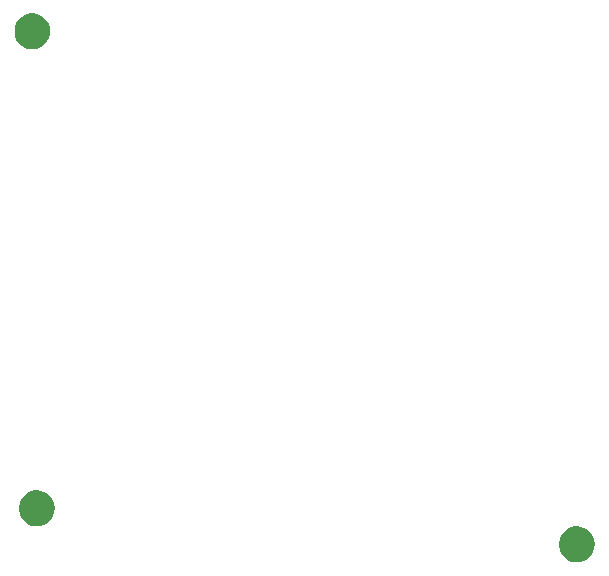
<source format=gko>
G04*
G04 #@! TF.GenerationSoftware,Altium Limited,Altium Designer,21.6.4 (81)*
G04*
G04 Layer_Color=16711935*
%FSLAX25Y25*%
%MOIN*%
G70*
G04*
G04 #@! TF.SameCoordinates,C5008740-255C-4452-9732-2E8642EA51F4*
G04*
G04*
G04 #@! TF.FilePolarity,Positive*
G04*
G01*
G75*
%ADD69C,0.06000*%
D69*
X243000Y245000D02*
X242837Y245974D01*
X242367Y246843D01*
X241641Y247512D01*
X240737Y247908D01*
X239752Y247990D01*
X238795Y247747D01*
X237968Y247207D01*
X237362Y246428D01*
X237041Y245494D01*
Y244506D01*
X237362Y243572D01*
X237968Y242793D01*
X238795Y242253D01*
X239752Y242010D01*
X240737Y242092D01*
X241641Y242489D01*
X242367Y243157D01*
X242837Y244026D01*
X243000Y245000D01*
X423000Y233000D02*
X422837Y233974D01*
X422367Y234843D01*
X421641Y235511D01*
X420737Y235908D01*
X419752Y235990D01*
X418795Y235747D01*
X417968Y235207D01*
X417362Y234428D01*
X417041Y233494D01*
Y232506D01*
X417362Y231572D01*
X417968Y230793D01*
X418795Y230253D01*
X419752Y230010D01*
X420737Y230092D01*
X421641Y230488D01*
X422367Y231157D01*
X422837Y232026D01*
X423000Y233000D01*
X241500Y404000D02*
X241337Y404974D01*
X240867Y405843D01*
X240141Y406511D01*
X239236Y406908D01*
X238252Y406990D01*
X237295Y406747D01*
X236468Y406207D01*
X235862Y405428D01*
X235541Y404494D01*
Y403506D01*
X235862Y402572D01*
X236468Y401793D01*
X237295Y401253D01*
X238252Y401010D01*
X239236Y401092D01*
X240141Y401488D01*
X240867Y402157D01*
X241337Y403026D01*
X241500Y404000D01*
M02*

</source>
